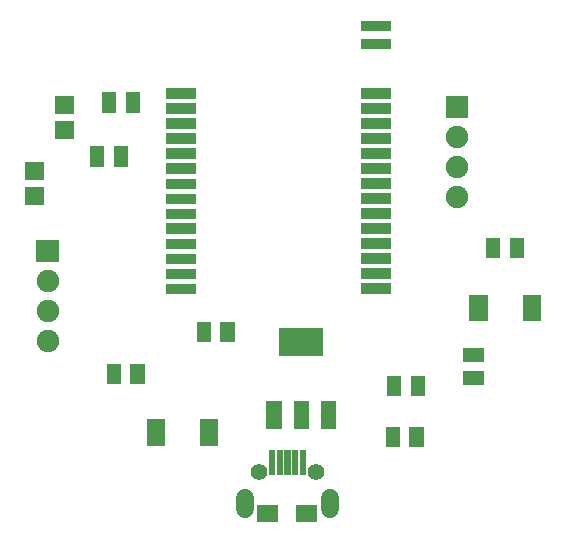
<source format=gts>
G04 Layer: TopSolderMaskLayer*
G04 EasyEDA v6.4.14, 2021-02-19T19:43:34--5:00*
G04 2728a531d0ad4e71a9f6f8894443a7d9,7db2125e4611476bb2993bf99425ef50,10*
G04 Gerber Generator version 0.2*
G04 Scale: 100 percent, Rotated: No, Reflected: No *
G04 Dimensions in millimeters *
G04 leading zeros omitted , absolute positions ,4 integer and 5 decimal *
%FSLAX45Y45*%
%MOMM*%

%ADD30C,1.5032*%
%ADD33C,1.9032*%
%ADD38C,1.4032*%

%LPD*%
D30*
X2925445Y265826D02*
G01*
X2925445Y175826D01*
X2201545Y265826D02*
G01*
X2201545Y175826D01*
G36*
X1821815Y713359D02*
G01*
X1821815Y933831D01*
X1977263Y933831D01*
X1977263Y713359D01*
G37*
G36*
X1371727Y713359D02*
G01*
X1371727Y933831D01*
X1527175Y933831D01*
X1527175Y713359D01*
G37*
G36*
X4552315Y1767459D02*
G01*
X4552315Y1987931D01*
X4707763Y1987931D01*
X4707763Y1767459D01*
G37*
G36*
X4102227Y1767459D02*
G01*
X4102227Y1987931D01*
X4257675Y1987931D01*
X4257675Y1767459D01*
G37*
G36*
X3903345Y3484245D02*
G01*
X3903345Y3674745D01*
X4093845Y3674745D01*
X4093845Y3484245D01*
G37*
D33*
G01*
X3998595Y3325495D03*
G01*
X3998595Y3071495D03*
G01*
X3998595Y2817495D03*
G36*
X337185Y2961513D02*
G01*
X337185Y3111881D01*
X497459Y3111881D01*
X497459Y2961513D01*
G37*
G36*
X337185Y2751455D02*
G01*
X337185Y2901823D01*
X497459Y2901823D01*
X497459Y2751455D01*
G37*
G36*
X591185Y3520313D02*
G01*
X591185Y3670681D01*
X751459Y3670681D01*
X751459Y3520313D01*
G37*
G36*
X591185Y3310255D02*
G01*
X591185Y3460623D01*
X751459Y3460623D01*
X751459Y3310255D01*
G37*
G36*
X891920Y3072765D02*
G01*
X891920Y3248025D01*
X1012317Y3248025D01*
X1012317Y3072765D01*
G37*
G36*
X1092072Y3072765D02*
G01*
X1092072Y3248025D01*
X1212469Y3248025D01*
X1212469Y3072765D01*
G37*
G36*
X993520Y3529965D02*
G01*
X993520Y3705225D01*
X1113917Y3705225D01*
X1113917Y3529965D01*
G37*
G36*
X1193672Y3529965D02*
G01*
X1193672Y3705225D01*
X1314069Y3705225D01*
X1314069Y3529965D01*
G37*
G36*
X436245Y2265045D02*
G01*
X436245Y2455545D01*
X626745Y2455545D01*
X626745Y2265045D01*
G37*
G01*
X531495Y2106295D03*
G01*
X531495Y1852295D03*
G01*
X531495Y1598295D03*
G36*
X1031620Y1231265D02*
G01*
X1031620Y1406525D01*
X1152017Y1406525D01*
X1152017Y1231265D01*
G37*
G36*
X1231772Y1231265D02*
G01*
X1231772Y1406525D01*
X1352169Y1406525D01*
X1352169Y1231265D01*
G37*
G36*
X2664333Y461390D02*
G01*
X2664333Y677290D01*
X2720467Y677290D01*
X2720467Y461390D01*
G37*
G36*
X2599563Y461390D02*
G01*
X2599563Y677290D01*
X2655443Y677290D01*
X2655443Y461390D01*
G37*
G36*
X2534538Y461390D02*
G01*
X2534538Y677290D01*
X2590419Y677290D01*
X2590419Y461390D01*
G37*
G36*
X2469515Y461390D02*
G01*
X2469515Y677290D01*
X2525395Y677290D01*
X2525395Y461390D01*
G37*
G36*
X2404490Y461390D02*
G01*
X2404490Y677290D01*
X2460370Y677290D01*
X2460370Y461390D01*
G37*
G36*
X2632836Y67945D02*
G01*
X2632836Y208153D01*
X2813177Y208153D01*
X2813177Y67945D01*
G37*
G36*
X2304922Y69469D02*
G01*
X2304922Y209931D01*
X2485263Y209931D01*
X2485263Y69469D01*
G37*
D38*
G01*
X2321001Y490829D03*
G01*
X2805988Y490829D03*
G36*
X2383154Y852805D02*
G01*
X2383154Y1089025D01*
X2512695Y1089025D01*
X2512695Y852805D01*
G37*
G36*
X2614295Y852805D02*
G01*
X2614295Y1089025D01*
X2743835Y1089025D01*
X2743835Y852805D01*
G37*
G36*
X2842895Y852805D02*
G01*
X2842895Y1089025D01*
X2972435Y1089025D01*
X2972435Y852805D01*
G37*
G36*
X2493645Y1472565D02*
G01*
X2493645Y1708785D01*
X2864485Y1708785D01*
X2864485Y1472565D01*
G37*
G36*
X4444872Y2298065D02*
G01*
X4444872Y2473325D01*
X4565269Y2473325D01*
X4565269Y2298065D01*
G37*
G36*
X4244720Y2298065D02*
G01*
X4244720Y2473325D01*
X4365117Y2473325D01*
X4365117Y2298065D01*
G37*
G36*
X3393820Y697865D02*
G01*
X3393820Y873125D01*
X3514217Y873125D01*
X3514217Y697865D01*
G37*
G36*
X3593972Y697865D02*
G01*
X3593972Y873125D01*
X3714369Y873125D01*
X3714369Y697865D01*
G37*
G36*
X1993772Y1586865D02*
G01*
X1993772Y1762125D01*
X2114169Y1762125D01*
X2114169Y1586865D01*
G37*
G36*
X1793620Y1586865D02*
G01*
X1793620Y1762125D01*
X1914017Y1762125D01*
X1914017Y1586865D01*
G37*
G36*
X3406520Y1129665D02*
G01*
X3406520Y1304925D01*
X3526917Y1304925D01*
X3526917Y1129665D01*
G37*
G36*
X3606672Y1129665D02*
G01*
X3606672Y1304925D01*
X3727069Y1304925D01*
X3727069Y1129665D01*
G37*
G36*
X4050665Y1422273D02*
G01*
X4050665Y1542669D01*
X4225925Y1542669D01*
X4225925Y1422273D01*
G37*
G36*
X4050665Y1222121D02*
G01*
X4050665Y1342517D01*
X4225925Y1342517D01*
X4225925Y1222121D01*
G37*
G36*
X3187572Y4220082D02*
G01*
X3187572Y4310507D01*
X3438017Y4310507D01*
X3438017Y4220082D01*
G37*
G36*
X3187572Y4068190D02*
G01*
X3187572Y4158361D01*
X3438017Y4158361D01*
X3438017Y4068190D01*
G37*
G36*
X3187572Y3648075D02*
G01*
X3187572Y3738499D01*
X3438017Y3738499D01*
X3438017Y3648075D01*
G37*
G36*
X3187572Y3521075D02*
G01*
X3187572Y3611499D01*
X3438017Y3611499D01*
X3438017Y3521075D01*
G37*
G36*
X3187572Y3394075D02*
G01*
X3187572Y3484499D01*
X3438017Y3484499D01*
X3438017Y3394075D01*
G37*
G36*
X3187572Y3267075D02*
G01*
X3187572Y3357499D01*
X3438017Y3357499D01*
X3438017Y3267075D01*
G37*
G36*
X1536572Y3648075D02*
G01*
X1536572Y3738499D01*
X1787017Y3738499D01*
X1787017Y3648075D01*
G37*
G36*
X1536572Y3521582D02*
G01*
X1536572Y3612007D01*
X1787017Y3612007D01*
X1787017Y3521582D01*
G37*
G36*
X1536572Y3394075D02*
G01*
X1536572Y3484499D01*
X1787017Y3484499D01*
X1787017Y3394075D01*
G37*
G36*
X1536572Y3267075D02*
G01*
X1536572Y3357499D01*
X1787017Y3357499D01*
X1787017Y3267075D01*
G37*
G36*
X1536572Y3140075D02*
G01*
X1536572Y3230499D01*
X1787017Y3230499D01*
X1787017Y3140075D01*
G37*
G36*
X1536572Y3013075D02*
G01*
X1536572Y3103499D01*
X1787017Y3103499D01*
X1787017Y3013075D01*
G37*
G36*
X3187572Y3140075D02*
G01*
X3187572Y3230499D01*
X3438017Y3230499D01*
X3438017Y3140075D01*
G37*
G36*
X3187572Y3013075D02*
G01*
X3187572Y3103499D01*
X3438017Y3103499D01*
X3438017Y3013075D01*
G37*
G36*
X3187572Y2886075D02*
G01*
X3187572Y2976499D01*
X3438017Y2976499D01*
X3438017Y2886075D01*
G37*
G36*
X3187572Y2759075D02*
G01*
X3187572Y2849499D01*
X3438017Y2849499D01*
X3438017Y2759075D01*
G37*
G36*
X3187572Y2505075D02*
G01*
X3187572Y2595499D01*
X3438017Y2595499D01*
X3438017Y2505075D01*
G37*
G36*
X3187572Y2632075D02*
G01*
X3187572Y2722499D01*
X3438017Y2722499D01*
X3438017Y2632075D01*
G37*
G36*
X3187572Y2124075D02*
G01*
X3187572Y2214499D01*
X3438017Y2214499D01*
X3438017Y2124075D01*
G37*
G36*
X3187572Y1997075D02*
G01*
X3187572Y2087499D01*
X3438017Y2087499D01*
X3438017Y1997075D01*
G37*
G36*
X3187572Y2251075D02*
G01*
X3187572Y2341499D01*
X3438017Y2341499D01*
X3438017Y2251075D01*
G37*
G36*
X3187572Y2378075D02*
G01*
X3187572Y2468499D01*
X3438017Y2468499D01*
X3438017Y2378075D01*
G37*
G36*
X1536572Y2505075D02*
G01*
X1536572Y2595499D01*
X1787017Y2595499D01*
X1787017Y2505075D01*
G37*
G36*
X1536572Y2629789D02*
G01*
X1536572Y2719959D01*
X1787017Y2719959D01*
X1787017Y2629789D01*
G37*
G36*
X1536572Y2883789D02*
G01*
X1536572Y2973959D01*
X1787017Y2973959D01*
X1787017Y2883789D01*
G37*
G36*
X1536572Y2756789D02*
G01*
X1536572Y2846959D01*
X1787017Y2846959D01*
X1787017Y2756789D01*
G37*
G36*
X1536572Y2248789D02*
G01*
X1536572Y2338959D01*
X1787017Y2338959D01*
X1787017Y2248789D01*
G37*
G36*
X1536572Y2375789D02*
G01*
X1536572Y2465959D01*
X1787017Y2465959D01*
X1787017Y2375789D01*
G37*
G36*
X1536572Y2121789D02*
G01*
X1536572Y2211959D01*
X1787017Y2211959D01*
X1787017Y2121789D01*
G37*
G36*
X1536572Y1994789D02*
G01*
X1536572Y2084959D01*
X1787017Y2084959D01*
X1787017Y1994789D01*
G37*
M02*

</source>
